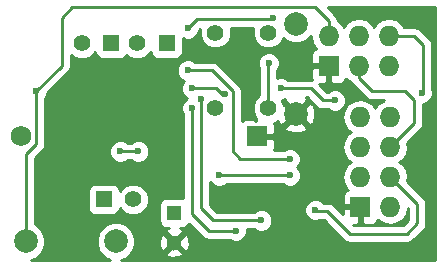
<source format=gbr>
G04 #@! TF.FileFunction,Copper,L2,Bot,Signal*
%FSLAX46Y46*%
G04 Gerber Fmt 4.6, Leading zero omitted, Abs format (unit mm)*
G04 Created by KiCad (PCBNEW 4.0.2-4+6225~38~ubuntu14.04.1-stable) date Sun 10 Apr 2016 19:44:50 CEST*
%MOMM*%
G01*
G04 APERTURE LIST*
%ADD10C,0.100000*%
%ADD11R,1.400000X1.400000*%
%ADD12C,1.400000*%
%ADD13R,1.727200X1.727200*%
%ADD14O,1.727200X1.727200*%
%ADD15R,1.300000X1.300000*%
%ADD16C,1.300000*%
%ADD17C,1.397000*%
%ADD18C,1.998980*%
%ADD19C,1.727200*%
%ADD20C,0.600000*%
%ADD21C,0.250000*%
%ADD22C,0.254000*%
G04 APERTURE END LIST*
D10*
D11*
X141728000Y-99314000D03*
D12*
X139228000Y-99314000D03*
D11*
X137029000Y-99314000D03*
D12*
X134529000Y-99314000D03*
D11*
X136402000Y-112522000D03*
D12*
X138902000Y-112522000D03*
D13*
X158115000Y-113157000D03*
D14*
X160655000Y-113157000D03*
X158115000Y-110617000D03*
X160655000Y-110617000D03*
X158115000Y-108077000D03*
X160655000Y-108077000D03*
X158115000Y-105537000D03*
X160655000Y-105537000D03*
D15*
X142367000Y-113665000D03*
D16*
X142367000Y-116165000D03*
D13*
X155448000Y-101219000D03*
D14*
X155448000Y-98679000D03*
X157988000Y-101219000D03*
X157988000Y-98679000D03*
X160528000Y-101219000D03*
X160528000Y-98679000D03*
D17*
X150322000Y-104810000D03*
X145842000Y-104810000D03*
X150322000Y-98390000D03*
X145842000Y-98390000D03*
D18*
X137414000Y-116078000D03*
X129794000Y-116078000D03*
X152654000Y-105283000D03*
X152654000Y-97663000D03*
D13*
X149374000Y-107188000D03*
D19*
X129374000Y-107188000D03*
D20*
X139319000Y-108458000D03*
X137795000Y-108458000D03*
X136976000Y-105988000D03*
X150368000Y-100965000D03*
X152146000Y-110490000D03*
X146177000Y-110490000D03*
X154305000Y-113411000D03*
X147574000Y-115189000D03*
X143891000Y-104775000D03*
X144653000Y-104013000D03*
X149733000Y-114300000D03*
X146685000Y-103632000D03*
X143891000Y-103124000D03*
X151384000Y-103124000D03*
X155956000Y-104140000D03*
X163322000Y-103505000D03*
X150749000Y-97155000D03*
X143510000Y-98044000D03*
X152146000Y-109093000D03*
X143510000Y-101600000D03*
X130683000Y-103378000D03*
D21*
X137795000Y-108458000D02*
X139319000Y-108458000D01*
X136976000Y-105988000D02*
X137033000Y-106045000D01*
X150322000Y-101011000D02*
X150322000Y-104810000D01*
X150368000Y-100965000D02*
X150322000Y-101011000D01*
X146177000Y-110490000D02*
X152146000Y-110490000D01*
X162941000Y-112903000D02*
X160655000Y-110617000D01*
X162941000Y-114554000D02*
X162941000Y-112903000D01*
X162052000Y-115443000D02*
X162941000Y-114554000D01*
X157226000Y-115443000D02*
X162052000Y-115443000D01*
X155321000Y-113538000D02*
X157226000Y-115443000D01*
X154432000Y-113538000D02*
X155321000Y-113538000D01*
X154305000Y-113411000D02*
X154432000Y-113538000D01*
X145288000Y-115189000D02*
X147574000Y-115189000D01*
X143891000Y-113792000D02*
X145288000Y-115189000D01*
X143891000Y-104775000D02*
X143891000Y-113792000D01*
X144653000Y-113284000D02*
X145669000Y-114300000D01*
X144653000Y-104013000D02*
X144653000Y-113284000D01*
X149733000Y-114300000D02*
X145669000Y-114300000D01*
X157988000Y-101219000D02*
X157988000Y-102235000D01*
X162687000Y-106045000D02*
X160655000Y-108077000D01*
X162687000Y-104140000D02*
X162687000Y-106045000D01*
X161925000Y-103378000D02*
X162687000Y-104140000D01*
X159131000Y-103378000D02*
X161925000Y-103378000D01*
X157988000Y-102235000D02*
X159131000Y-103378000D01*
X146431000Y-103632000D02*
X146685000Y-103632000D01*
X145923000Y-103124000D02*
X146431000Y-103632000D01*
X143891000Y-103124000D02*
X145923000Y-103124000D01*
X154940000Y-104140000D02*
X155956000Y-104140000D01*
X153924000Y-103124000D02*
X151384000Y-103124000D01*
X153924000Y-103124000D02*
X154940000Y-104140000D01*
X160528000Y-98679000D02*
X162687000Y-98679000D01*
X163449000Y-103378000D02*
X163322000Y-103505000D01*
X163449000Y-99441000D02*
X163449000Y-103378000D01*
X162687000Y-98679000D02*
X163449000Y-99441000D01*
X150622000Y-97282000D02*
X144272000Y-97282000D01*
X150749000Y-97155000D02*
X150622000Y-97282000D01*
X147955000Y-109093000D02*
X152146000Y-109093000D01*
X143510000Y-101600000D02*
X145542000Y-101600000D01*
X147320000Y-103378000D02*
X145542000Y-101600000D01*
X147320000Y-108458000D02*
X147320000Y-103378000D01*
X147955000Y-109093000D02*
X147320000Y-108458000D01*
X144272000Y-97282000D02*
X143510000Y-98044000D01*
X129794000Y-116078000D02*
X129794000Y-108712000D01*
X130683000Y-107823000D02*
X130683000Y-103378000D01*
X129794000Y-108712000D02*
X130683000Y-107823000D01*
X132842000Y-101219000D02*
X130683000Y-103378000D01*
X133731000Y-96266000D02*
X132842000Y-97155000D01*
X154305000Y-96266000D02*
X133731000Y-96266000D01*
X155448000Y-97409000D02*
X154305000Y-96266000D01*
X155448000Y-98679000D02*
X155448000Y-97409000D01*
X132842000Y-97155000D02*
X132842000Y-101219000D01*
D22*
G36*
X164423000Y-117654000D02*
X137879938Y-117654000D01*
X138338655Y-117464462D01*
X138739800Y-117064016D01*
X141647590Y-117064016D01*
X141703271Y-117294611D01*
X142186078Y-117462622D01*
X142696428Y-117433083D01*
X143030729Y-117294611D01*
X143086410Y-117064016D01*
X142367000Y-116344605D01*
X141647590Y-117064016D01*
X138739800Y-117064016D01*
X138798846Y-117005073D01*
X139048206Y-116404547D01*
X139048573Y-115984078D01*
X141069378Y-115984078D01*
X141098917Y-116494428D01*
X141237389Y-116828729D01*
X141467984Y-116884410D01*
X142187395Y-116165000D01*
X142546605Y-116165000D01*
X143266016Y-116884410D01*
X143496611Y-116828729D01*
X143664622Y-116345922D01*
X143635083Y-115835572D01*
X143496611Y-115501271D01*
X143266016Y-115445590D01*
X142546605Y-116165000D01*
X142187395Y-116165000D01*
X141467984Y-115445590D01*
X141237389Y-115501271D01*
X141069378Y-115984078D01*
X139048573Y-115984078D01*
X139048774Y-115754306D01*
X138800462Y-115153345D01*
X138341073Y-114693154D01*
X137740547Y-114443794D01*
X137090306Y-114443226D01*
X136489345Y-114691538D01*
X136029154Y-115150927D01*
X135779794Y-115751453D01*
X135779226Y-116401694D01*
X136027538Y-117002655D01*
X136486927Y-117462846D01*
X136947277Y-117654000D01*
X130259938Y-117654000D01*
X130718655Y-117464462D01*
X131178846Y-117005073D01*
X131428206Y-116404547D01*
X131428774Y-115754306D01*
X131180462Y-115153345D01*
X130721073Y-114693154D01*
X130554000Y-114623779D01*
X130554000Y-111822000D01*
X135054560Y-111822000D01*
X135054560Y-113222000D01*
X135098838Y-113457317D01*
X135237910Y-113673441D01*
X135450110Y-113818431D01*
X135702000Y-113869440D01*
X137102000Y-113869440D01*
X137337317Y-113825162D01*
X137553441Y-113686090D01*
X137698431Y-113473890D01*
X137748559Y-113226350D01*
X137769582Y-113277229D01*
X138144796Y-113653098D01*
X138635287Y-113856768D01*
X139166383Y-113857231D01*
X139657229Y-113654418D01*
X140033098Y-113279204D01*
X140142805Y-113015000D01*
X141069560Y-113015000D01*
X141069560Y-114315000D01*
X141113838Y-114550317D01*
X141252910Y-114766441D01*
X141465110Y-114911431D01*
X141717000Y-114962440D01*
X141879385Y-114962440D01*
X141703271Y-115035389D01*
X141647590Y-115265984D01*
X142367000Y-115985395D01*
X143086410Y-115265984D01*
X143030729Y-115035389D01*
X142821098Y-114962440D01*
X143017000Y-114962440D01*
X143252317Y-114918162D01*
X143468441Y-114779090D01*
X143604362Y-114580164D01*
X144750599Y-115726401D01*
X144997160Y-115891148D01*
X145288000Y-115949000D01*
X147011537Y-115949000D01*
X147043673Y-115981192D01*
X147387201Y-116123838D01*
X147759167Y-116124162D01*
X148102943Y-115982117D01*
X148366192Y-115719327D01*
X148508838Y-115375799D01*
X148509113Y-115060000D01*
X149170537Y-115060000D01*
X149202673Y-115092192D01*
X149546201Y-115234838D01*
X149918167Y-115235162D01*
X150261943Y-115093117D01*
X150525192Y-114830327D01*
X150667838Y-114486799D01*
X150668162Y-114114833D01*
X150526117Y-113771057D01*
X150263327Y-113507808D01*
X149919799Y-113365162D01*
X149547833Y-113364838D01*
X149204057Y-113506883D01*
X149170882Y-113540000D01*
X145983802Y-113540000D01*
X145413000Y-112969198D01*
X145413000Y-111048111D01*
X145646673Y-111282192D01*
X145990201Y-111424838D01*
X146362167Y-111425162D01*
X146705943Y-111283117D01*
X146739118Y-111250000D01*
X151583537Y-111250000D01*
X151615673Y-111282192D01*
X151959201Y-111424838D01*
X152331167Y-111425162D01*
X152674943Y-111283117D01*
X152938192Y-111020327D01*
X153080838Y-110676799D01*
X153081162Y-110304833D01*
X152939117Y-109961057D01*
X152769791Y-109791435D01*
X152938192Y-109623327D01*
X153080838Y-109279799D01*
X153081162Y-108907833D01*
X152939117Y-108564057D01*
X152676327Y-108300808D01*
X152332799Y-108158162D01*
X151960833Y-108157838D01*
X151617057Y-108299883D01*
X151583882Y-108333000D01*
X150808360Y-108333000D01*
X150872600Y-108177910D01*
X150872600Y-107473750D01*
X150713850Y-107315000D01*
X149501000Y-107315000D01*
X149501000Y-107335000D01*
X149247000Y-107335000D01*
X149247000Y-107315000D01*
X149227000Y-107315000D01*
X149227000Y-107061000D01*
X149247000Y-107061000D01*
X149247000Y-107041000D01*
X149501000Y-107041000D01*
X149501000Y-107061000D01*
X150713850Y-107061000D01*
X150872600Y-106902250D01*
X150872600Y-106435163D01*
X151681443Y-106435163D01*
X151780042Y-106701965D01*
X152389582Y-106928401D01*
X153039377Y-106904341D01*
X153527958Y-106701965D01*
X153626557Y-106435163D01*
X152654000Y-105462605D01*
X151681443Y-106435163D01*
X150872600Y-106435163D01*
X150872600Y-106198090D01*
X150811504Y-106050590D01*
X151076380Y-105941146D01*
X151125381Y-105892230D01*
X151235035Y-106156958D01*
X151501837Y-106255557D01*
X152474395Y-105283000D01*
X152833605Y-105283000D01*
X153806163Y-106255557D01*
X154072965Y-106156958D01*
X154299401Y-105547418D01*
X154275341Y-104897623D01*
X154072965Y-104409042D01*
X153806163Y-104310443D01*
X152833605Y-105283000D01*
X152474395Y-105283000D01*
X151598290Y-104406896D01*
X151454568Y-104059062D01*
X151569167Y-104059162D01*
X151732939Y-103991493D01*
X151681443Y-104130837D01*
X152654000Y-105103395D01*
X153626557Y-104130837D01*
X153535336Y-103884000D01*
X153609198Y-103884000D01*
X154402599Y-104677401D01*
X154649161Y-104842148D01*
X154940000Y-104900000D01*
X155393537Y-104900000D01*
X155425673Y-104932192D01*
X155769201Y-105074838D01*
X156141167Y-105075162D01*
X156484943Y-104933117D01*
X156748192Y-104670327D01*
X156890838Y-104326799D01*
X156891162Y-103954833D01*
X156749117Y-103611057D01*
X156486327Y-103347808D01*
X156142799Y-103205162D01*
X155770833Y-103204838D01*
X155427057Y-103346883D01*
X155393882Y-103380000D01*
X155254802Y-103380000D01*
X154592402Y-102717600D01*
X155162250Y-102717600D01*
X155321000Y-102558850D01*
X155321000Y-101346000D01*
X154108150Y-101346000D01*
X153949400Y-101504750D01*
X153949400Y-102208909D01*
X154021690Y-102383432D01*
X153924000Y-102364000D01*
X151946463Y-102364000D01*
X151914327Y-102331808D01*
X151570799Y-102189162D01*
X151198833Y-102188838D01*
X151082000Y-102237112D01*
X151082000Y-101573383D01*
X151160192Y-101495327D01*
X151302838Y-101151799D01*
X151303162Y-100779833D01*
X151161117Y-100436057D01*
X150898327Y-100172808D01*
X150554799Y-100030162D01*
X150182833Y-100029838D01*
X149839057Y-100171883D01*
X149575808Y-100434673D01*
X149433162Y-100778201D01*
X149432838Y-101150167D01*
X149562000Y-101462764D01*
X149562000Y-103684464D01*
X149192173Y-104053647D01*
X148988732Y-104543587D01*
X148988269Y-105074086D01*
X149190854Y-105564380D01*
X149315656Y-105689400D01*
X149246998Y-105689400D01*
X149246998Y-105848148D01*
X149088250Y-105689400D01*
X148384091Y-105689400D01*
X148150702Y-105786073D01*
X148080000Y-105856775D01*
X148080000Y-103378000D01*
X148022148Y-103087161D01*
X147857401Y-102840599D01*
X146079401Y-101062599D01*
X145832839Y-100897852D01*
X145542000Y-100840000D01*
X144072463Y-100840000D01*
X144040327Y-100807808D01*
X143696799Y-100665162D01*
X143324833Y-100664838D01*
X142981057Y-100806883D01*
X142717808Y-101069673D01*
X142575162Y-101413201D01*
X142574838Y-101785167D01*
X142716883Y-102128943D01*
X142979673Y-102392192D01*
X143206351Y-102486317D01*
X143098808Y-102593673D01*
X142956162Y-102937201D01*
X142955838Y-103309167D01*
X143097883Y-103652943D01*
X143360673Y-103916192D01*
X143440659Y-103949405D01*
X143362057Y-103981883D01*
X143098808Y-104244673D01*
X142956162Y-104588201D01*
X142955838Y-104960167D01*
X143097883Y-105303943D01*
X143131000Y-105337118D01*
X143131000Y-112390646D01*
X143017000Y-112367560D01*
X141717000Y-112367560D01*
X141481683Y-112411838D01*
X141265559Y-112550910D01*
X141120569Y-112763110D01*
X141069560Y-113015000D01*
X140142805Y-113015000D01*
X140236768Y-112788713D01*
X140237231Y-112257617D01*
X140034418Y-111766771D01*
X139659204Y-111390902D01*
X139168713Y-111187232D01*
X138637617Y-111186769D01*
X138146771Y-111389582D01*
X137770902Y-111764796D01*
X137748726Y-111818203D01*
X137705162Y-111586683D01*
X137566090Y-111370559D01*
X137353890Y-111225569D01*
X137102000Y-111174560D01*
X135702000Y-111174560D01*
X135466683Y-111218838D01*
X135250559Y-111357910D01*
X135105569Y-111570110D01*
X135054560Y-111822000D01*
X130554000Y-111822000D01*
X130554000Y-109026802D01*
X130937635Y-108643167D01*
X136859838Y-108643167D01*
X137001883Y-108986943D01*
X137264673Y-109250192D01*
X137608201Y-109392838D01*
X137980167Y-109393162D01*
X138323943Y-109251117D01*
X138357118Y-109218000D01*
X138756537Y-109218000D01*
X138788673Y-109250192D01*
X139132201Y-109392838D01*
X139504167Y-109393162D01*
X139847943Y-109251117D01*
X140111192Y-108988327D01*
X140253838Y-108644799D01*
X140254162Y-108272833D01*
X140112117Y-107929057D01*
X139849327Y-107665808D01*
X139505799Y-107523162D01*
X139133833Y-107522838D01*
X138790057Y-107664883D01*
X138756882Y-107698000D01*
X138357463Y-107698000D01*
X138325327Y-107665808D01*
X137981799Y-107523162D01*
X137609833Y-107522838D01*
X137266057Y-107664883D01*
X137002808Y-107927673D01*
X136860162Y-108271201D01*
X136859838Y-108643167D01*
X130937635Y-108643167D01*
X131220401Y-108360401D01*
X131385148Y-108113839D01*
X131443000Y-107823000D01*
X131443000Y-103940463D01*
X131475192Y-103908327D01*
X131617838Y-103564799D01*
X131617879Y-103517923D01*
X133379401Y-101756401D01*
X133544148Y-101509839D01*
X133602000Y-101219000D01*
X133602000Y-100275006D01*
X133771796Y-100445098D01*
X134262287Y-100648768D01*
X134793383Y-100649231D01*
X135284229Y-100446418D01*
X135660098Y-100071204D01*
X135682274Y-100017797D01*
X135725838Y-100249317D01*
X135864910Y-100465441D01*
X136077110Y-100610431D01*
X136329000Y-100661440D01*
X137729000Y-100661440D01*
X137964317Y-100617162D01*
X138180441Y-100478090D01*
X138311806Y-100285831D01*
X138470796Y-100445098D01*
X138961287Y-100648768D01*
X139492383Y-100649231D01*
X139983229Y-100446418D01*
X140359098Y-100071204D01*
X140381274Y-100017797D01*
X140424838Y-100249317D01*
X140563910Y-100465441D01*
X140776110Y-100610431D01*
X141028000Y-100661440D01*
X142428000Y-100661440D01*
X142663317Y-100617162D01*
X142879441Y-100478090D01*
X143024431Y-100265890D01*
X143075440Y-100014000D01*
X143075440Y-98875958D01*
X143323201Y-98978838D01*
X143695167Y-98979162D01*
X144038943Y-98837117D01*
X144302192Y-98574327D01*
X144444838Y-98230799D01*
X144444879Y-98183923D01*
X144511229Y-98117573D01*
X144508732Y-98123587D01*
X144508269Y-98654086D01*
X144710854Y-99144380D01*
X145085647Y-99519827D01*
X145575587Y-99723268D01*
X146106086Y-99723731D01*
X146596380Y-99521146D01*
X146971827Y-99146353D01*
X147175268Y-98656413D01*
X147175731Y-98125914D01*
X147141059Y-98042000D01*
X149022610Y-98042000D01*
X148988732Y-98123587D01*
X148988269Y-98654086D01*
X149190854Y-99144380D01*
X149565647Y-99519827D01*
X150055587Y-99723268D01*
X150586086Y-99723731D01*
X151076380Y-99521146D01*
X151451827Y-99146353D01*
X151561530Y-98882160D01*
X151726927Y-99047846D01*
X152327453Y-99297206D01*
X152977694Y-99297774D01*
X153578655Y-99049462D01*
X153949400Y-98679363D01*
X153949400Y-98708359D01*
X154063474Y-99281848D01*
X154378526Y-99753356D01*
X154224701Y-99817073D01*
X154046073Y-99995702D01*
X153949400Y-100229091D01*
X153949400Y-100933250D01*
X154108150Y-101092000D01*
X155321000Y-101092000D01*
X155321000Y-101072000D01*
X155575000Y-101072000D01*
X155575000Y-101092000D01*
X155595000Y-101092000D01*
X155595000Y-101346000D01*
X155575000Y-101346000D01*
X155575000Y-102558850D01*
X155733750Y-102717600D01*
X156437910Y-102717600D01*
X156671299Y-102620927D01*
X156849927Y-102442298D01*
X156914263Y-102286977D01*
X156928330Y-102308029D01*
X157311296Y-102563919D01*
X157450599Y-102772401D01*
X158593599Y-103915401D01*
X158840161Y-104080148D01*
X159131000Y-104138000D01*
X160124918Y-104138000D01*
X160052152Y-104152474D01*
X159565971Y-104477330D01*
X159385000Y-104748172D01*
X159204029Y-104477330D01*
X158717848Y-104152474D01*
X158144359Y-104038400D01*
X158085641Y-104038400D01*
X157512152Y-104152474D01*
X157025971Y-104477330D01*
X156701115Y-104963511D01*
X156587041Y-105537000D01*
X156701115Y-106110489D01*
X157025971Y-106596670D01*
X157340752Y-106807000D01*
X157025971Y-107017330D01*
X156701115Y-107503511D01*
X156587041Y-108077000D01*
X156701115Y-108650489D01*
X157025971Y-109136670D01*
X157340752Y-109347000D01*
X157025971Y-109557330D01*
X156701115Y-110043511D01*
X156587041Y-110617000D01*
X156701115Y-111190489D01*
X157025971Y-111676670D01*
X157047023Y-111690737D01*
X156891702Y-111755073D01*
X156713073Y-111933701D01*
X156616400Y-112167090D01*
X156616400Y-112871250D01*
X156775150Y-113030000D01*
X157988000Y-113030000D01*
X157988000Y-113010000D01*
X158242000Y-113010000D01*
X158242000Y-113030000D01*
X158262000Y-113030000D01*
X158262000Y-113284000D01*
X158242000Y-113284000D01*
X158242000Y-114496850D01*
X158400750Y-114655600D01*
X159104909Y-114655600D01*
X159338298Y-114558927D01*
X159516927Y-114380299D01*
X159580644Y-114226474D01*
X160052152Y-114541526D01*
X160625641Y-114655600D01*
X160684359Y-114655600D01*
X161257848Y-114541526D01*
X161744029Y-114216670D01*
X162068885Y-113730489D01*
X162172546Y-113209348D01*
X162181000Y-113217802D01*
X162181000Y-114239198D01*
X161737198Y-114683000D01*
X157540802Y-114683000D01*
X157513402Y-114655600D01*
X157829250Y-114655600D01*
X157988000Y-114496850D01*
X157988000Y-113284000D01*
X156775150Y-113284000D01*
X156616400Y-113442750D01*
X156616400Y-113758598D01*
X155858401Y-113000599D01*
X155611839Y-112835852D01*
X155321000Y-112778000D01*
X154994241Y-112778000D01*
X154835327Y-112618808D01*
X154491799Y-112476162D01*
X154119833Y-112475838D01*
X153776057Y-112617883D01*
X153512808Y-112880673D01*
X153370162Y-113224201D01*
X153369838Y-113596167D01*
X153511883Y-113939943D01*
X153774673Y-114203192D01*
X154118201Y-114345838D01*
X154490167Y-114346162D01*
X154606728Y-114298000D01*
X155006198Y-114298000D01*
X156688599Y-115980401D01*
X156935161Y-116145148D01*
X157226000Y-116203000D01*
X162052000Y-116203000D01*
X162342839Y-116145148D01*
X162589401Y-115980401D01*
X163478401Y-115091401D01*
X163643148Y-114844839D01*
X163701000Y-114554000D01*
X163701000Y-112903000D01*
X163643148Y-112612161D01*
X163643148Y-112612160D01*
X163478401Y-112365599D01*
X162107775Y-110994973D01*
X162182959Y-110617000D01*
X162068885Y-110043511D01*
X161744029Y-109557330D01*
X161429248Y-109347000D01*
X161744029Y-109136670D01*
X162068885Y-108650489D01*
X162182959Y-108077000D01*
X162107775Y-107699027D01*
X163224401Y-106582401D01*
X163389148Y-106335839D01*
X163447000Y-106045000D01*
X163447000Y-104440110D01*
X163507167Y-104440162D01*
X163850943Y-104298117D01*
X164114192Y-104035327D01*
X164256838Y-103691799D01*
X164257162Y-103319833D01*
X164209000Y-103203272D01*
X164209000Y-99441000D01*
X164151148Y-99150161D01*
X163986401Y-98903599D01*
X163224401Y-98141599D01*
X162977839Y-97976852D01*
X162687000Y-97919000D01*
X161807520Y-97919000D01*
X161587670Y-97589971D01*
X161101489Y-97265115D01*
X160528000Y-97151041D01*
X159954511Y-97265115D01*
X159468330Y-97589971D01*
X159258000Y-97904752D01*
X159047670Y-97589971D01*
X158561489Y-97265115D01*
X157988000Y-97151041D01*
X157414511Y-97265115D01*
X156928330Y-97589971D01*
X156718000Y-97904752D01*
X156507670Y-97589971D01*
X156203581Y-97386785D01*
X156150148Y-97118161D01*
X155985401Y-96871599D01*
X155379802Y-96266000D01*
X164423000Y-96266000D01*
X164423000Y-117654000D01*
X164423000Y-117654000D01*
G37*
X164423000Y-117654000D02*
X137879938Y-117654000D01*
X138338655Y-117464462D01*
X138739800Y-117064016D01*
X141647590Y-117064016D01*
X141703271Y-117294611D01*
X142186078Y-117462622D01*
X142696428Y-117433083D01*
X143030729Y-117294611D01*
X143086410Y-117064016D01*
X142367000Y-116344605D01*
X141647590Y-117064016D01*
X138739800Y-117064016D01*
X138798846Y-117005073D01*
X139048206Y-116404547D01*
X139048573Y-115984078D01*
X141069378Y-115984078D01*
X141098917Y-116494428D01*
X141237389Y-116828729D01*
X141467984Y-116884410D01*
X142187395Y-116165000D01*
X142546605Y-116165000D01*
X143266016Y-116884410D01*
X143496611Y-116828729D01*
X143664622Y-116345922D01*
X143635083Y-115835572D01*
X143496611Y-115501271D01*
X143266016Y-115445590D01*
X142546605Y-116165000D01*
X142187395Y-116165000D01*
X141467984Y-115445590D01*
X141237389Y-115501271D01*
X141069378Y-115984078D01*
X139048573Y-115984078D01*
X139048774Y-115754306D01*
X138800462Y-115153345D01*
X138341073Y-114693154D01*
X137740547Y-114443794D01*
X137090306Y-114443226D01*
X136489345Y-114691538D01*
X136029154Y-115150927D01*
X135779794Y-115751453D01*
X135779226Y-116401694D01*
X136027538Y-117002655D01*
X136486927Y-117462846D01*
X136947277Y-117654000D01*
X130259938Y-117654000D01*
X130718655Y-117464462D01*
X131178846Y-117005073D01*
X131428206Y-116404547D01*
X131428774Y-115754306D01*
X131180462Y-115153345D01*
X130721073Y-114693154D01*
X130554000Y-114623779D01*
X130554000Y-111822000D01*
X135054560Y-111822000D01*
X135054560Y-113222000D01*
X135098838Y-113457317D01*
X135237910Y-113673441D01*
X135450110Y-113818431D01*
X135702000Y-113869440D01*
X137102000Y-113869440D01*
X137337317Y-113825162D01*
X137553441Y-113686090D01*
X137698431Y-113473890D01*
X137748559Y-113226350D01*
X137769582Y-113277229D01*
X138144796Y-113653098D01*
X138635287Y-113856768D01*
X139166383Y-113857231D01*
X139657229Y-113654418D01*
X140033098Y-113279204D01*
X140142805Y-113015000D01*
X141069560Y-113015000D01*
X141069560Y-114315000D01*
X141113838Y-114550317D01*
X141252910Y-114766441D01*
X141465110Y-114911431D01*
X141717000Y-114962440D01*
X141879385Y-114962440D01*
X141703271Y-115035389D01*
X141647590Y-115265984D01*
X142367000Y-115985395D01*
X143086410Y-115265984D01*
X143030729Y-115035389D01*
X142821098Y-114962440D01*
X143017000Y-114962440D01*
X143252317Y-114918162D01*
X143468441Y-114779090D01*
X143604362Y-114580164D01*
X144750599Y-115726401D01*
X144997160Y-115891148D01*
X145288000Y-115949000D01*
X147011537Y-115949000D01*
X147043673Y-115981192D01*
X147387201Y-116123838D01*
X147759167Y-116124162D01*
X148102943Y-115982117D01*
X148366192Y-115719327D01*
X148508838Y-115375799D01*
X148509113Y-115060000D01*
X149170537Y-115060000D01*
X149202673Y-115092192D01*
X149546201Y-115234838D01*
X149918167Y-115235162D01*
X150261943Y-115093117D01*
X150525192Y-114830327D01*
X150667838Y-114486799D01*
X150668162Y-114114833D01*
X150526117Y-113771057D01*
X150263327Y-113507808D01*
X149919799Y-113365162D01*
X149547833Y-113364838D01*
X149204057Y-113506883D01*
X149170882Y-113540000D01*
X145983802Y-113540000D01*
X145413000Y-112969198D01*
X145413000Y-111048111D01*
X145646673Y-111282192D01*
X145990201Y-111424838D01*
X146362167Y-111425162D01*
X146705943Y-111283117D01*
X146739118Y-111250000D01*
X151583537Y-111250000D01*
X151615673Y-111282192D01*
X151959201Y-111424838D01*
X152331167Y-111425162D01*
X152674943Y-111283117D01*
X152938192Y-111020327D01*
X153080838Y-110676799D01*
X153081162Y-110304833D01*
X152939117Y-109961057D01*
X152769791Y-109791435D01*
X152938192Y-109623327D01*
X153080838Y-109279799D01*
X153081162Y-108907833D01*
X152939117Y-108564057D01*
X152676327Y-108300808D01*
X152332799Y-108158162D01*
X151960833Y-108157838D01*
X151617057Y-108299883D01*
X151583882Y-108333000D01*
X150808360Y-108333000D01*
X150872600Y-108177910D01*
X150872600Y-107473750D01*
X150713850Y-107315000D01*
X149501000Y-107315000D01*
X149501000Y-107335000D01*
X149247000Y-107335000D01*
X149247000Y-107315000D01*
X149227000Y-107315000D01*
X149227000Y-107061000D01*
X149247000Y-107061000D01*
X149247000Y-107041000D01*
X149501000Y-107041000D01*
X149501000Y-107061000D01*
X150713850Y-107061000D01*
X150872600Y-106902250D01*
X150872600Y-106435163D01*
X151681443Y-106435163D01*
X151780042Y-106701965D01*
X152389582Y-106928401D01*
X153039377Y-106904341D01*
X153527958Y-106701965D01*
X153626557Y-106435163D01*
X152654000Y-105462605D01*
X151681443Y-106435163D01*
X150872600Y-106435163D01*
X150872600Y-106198090D01*
X150811504Y-106050590D01*
X151076380Y-105941146D01*
X151125381Y-105892230D01*
X151235035Y-106156958D01*
X151501837Y-106255557D01*
X152474395Y-105283000D01*
X152833605Y-105283000D01*
X153806163Y-106255557D01*
X154072965Y-106156958D01*
X154299401Y-105547418D01*
X154275341Y-104897623D01*
X154072965Y-104409042D01*
X153806163Y-104310443D01*
X152833605Y-105283000D01*
X152474395Y-105283000D01*
X151598290Y-104406896D01*
X151454568Y-104059062D01*
X151569167Y-104059162D01*
X151732939Y-103991493D01*
X151681443Y-104130837D01*
X152654000Y-105103395D01*
X153626557Y-104130837D01*
X153535336Y-103884000D01*
X153609198Y-103884000D01*
X154402599Y-104677401D01*
X154649161Y-104842148D01*
X154940000Y-104900000D01*
X155393537Y-104900000D01*
X155425673Y-104932192D01*
X155769201Y-105074838D01*
X156141167Y-105075162D01*
X156484943Y-104933117D01*
X156748192Y-104670327D01*
X156890838Y-104326799D01*
X156891162Y-103954833D01*
X156749117Y-103611057D01*
X156486327Y-103347808D01*
X156142799Y-103205162D01*
X155770833Y-103204838D01*
X155427057Y-103346883D01*
X155393882Y-103380000D01*
X155254802Y-103380000D01*
X154592402Y-102717600D01*
X155162250Y-102717600D01*
X155321000Y-102558850D01*
X155321000Y-101346000D01*
X154108150Y-101346000D01*
X153949400Y-101504750D01*
X153949400Y-102208909D01*
X154021690Y-102383432D01*
X153924000Y-102364000D01*
X151946463Y-102364000D01*
X151914327Y-102331808D01*
X151570799Y-102189162D01*
X151198833Y-102188838D01*
X151082000Y-102237112D01*
X151082000Y-101573383D01*
X151160192Y-101495327D01*
X151302838Y-101151799D01*
X151303162Y-100779833D01*
X151161117Y-100436057D01*
X150898327Y-100172808D01*
X150554799Y-100030162D01*
X150182833Y-100029838D01*
X149839057Y-100171883D01*
X149575808Y-100434673D01*
X149433162Y-100778201D01*
X149432838Y-101150167D01*
X149562000Y-101462764D01*
X149562000Y-103684464D01*
X149192173Y-104053647D01*
X148988732Y-104543587D01*
X148988269Y-105074086D01*
X149190854Y-105564380D01*
X149315656Y-105689400D01*
X149246998Y-105689400D01*
X149246998Y-105848148D01*
X149088250Y-105689400D01*
X148384091Y-105689400D01*
X148150702Y-105786073D01*
X148080000Y-105856775D01*
X148080000Y-103378000D01*
X148022148Y-103087161D01*
X147857401Y-102840599D01*
X146079401Y-101062599D01*
X145832839Y-100897852D01*
X145542000Y-100840000D01*
X144072463Y-100840000D01*
X144040327Y-100807808D01*
X143696799Y-100665162D01*
X143324833Y-100664838D01*
X142981057Y-100806883D01*
X142717808Y-101069673D01*
X142575162Y-101413201D01*
X142574838Y-101785167D01*
X142716883Y-102128943D01*
X142979673Y-102392192D01*
X143206351Y-102486317D01*
X143098808Y-102593673D01*
X142956162Y-102937201D01*
X142955838Y-103309167D01*
X143097883Y-103652943D01*
X143360673Y-103916192D01*
X143440659Y-103949405D01*
X143362057Y-103981883D01*
X143098808Y-104244673D01*
X142956162Y-104588201D01*
X142955838Y-104960167D01*
X143097883Y-105303943D01*
X143131000Y-105337118D01*
X143131000Y-112390646D01*
X143017000Y-112367560D01*
X141717000Y-112367560D01*
X141481683Y-112411838D01*
X141265559Y-112550910D01*
X141120569Y-112763110D01*
X141069560Y-113015000D01*
X140142805Y-113015000D01*
X140236768Y-112788713D01*
X140237231Y-112257617D01*
X140034418Y-111766771D01*
X139659204Y-111390902D01*
X139168713Y-111187232D01*
X138637617Y-111186769D01*
X138146771Y-111389582D01*
X137770902Y-111764796D01*
X137748726Y-111818203D01*
X137705162Y-111586683D01*
X137566090Y-111370559D01*
X137353890Y-111225569D01*
X137102000Y-111174560D01*
X135702000Y-111174560D01*
X135466683Y-111218838D01*
X135250559Y-111357910D01*
X135105569Y-111570110D01*
X135054560Y-111822000D01*
X130554000Y-111822000D01*
X130554000Y-109026802D01*
X130937635Y-108643167D01*
X136859838Y-108643167D01*
X137001883Y-108986943D01*
X137264673Y-109250192D01*
X137608201Y-109392838D01*
X137980167Y-109393162D01*
X138323943Y-109251117D01*
X138357118Y-109218000D01*
X138756537Y-109218000D01*
X138788673Y-109250192D01*
X139132201Y-109392838D01*
X139504167Y-109393162D01*
X139847943Y-109251117D01*
X140111192Y-108988327D01*
X140253838Y-108644799D01*
X140254162Y-108272833D01*
X140112117Y-107929057D01*
X139849327Y-107665808D01*
X139505799Y-107523162D01*
X139133833Y-107522838D01*
X138790057Y-107664883D01*
X138756882Y-107698000D01*
X138357463Y-107698000D01*
X138325327Y-107665808D01*
X137981799Y-107523162D01*
X137609833Y-107522838D01*
X137266057Y-107664883D01*
X137002808Y-107927673D01*
X136860162Y-108271201D01*
X136859838Y-108643167D01*
X130937635Y-108643167D01*
X131220401Y-108360401D01*
X131385148Y-108113839D01*
X131443000Y-107823000D01*
X131443000Y-103940463D01*
X131475192Y-103908327D01*
X131617838Y-103564799D01*
X131617879Y-103517923D01*
X133379401Y-101756401D01*
X133544148Y-101509839D01*
X133602000Y-101219000D01*
X133602000Y-100275006D01*
X133771796Y-100445098D01*
X134262287Y-100648768D01*
X134793383Y-100649231D01*
X135284229Y-100446418D01*
X135660098Y-100071204D01*
X135682274Y-100017797D01*
X135725838Y-100249317D01*
X135864910Y-100465441D01*
X136077110Y-100610431D01*
X136329000Y-100661440D01*
X137729000Y-100661440D01*
X137964317Y-100617162D01*
X138180441Y-100478090D01*
X138311806Y-100285831D01*
X138470796Y-100445098D01*
X138961287Y-100648768D01*
X139492383Y-100649231D01*
X139983229Y-100446418D01*
X140359098Y-100071204D01*
X140381274Y-100017797D01*
X140424838Y-100249317D01*
X140563910Y-100465441D01*
X140776110Y-100610431D01*
X141028000Y-100661440D01*
X142428000Y-100661440D01*
X142663317Y-100617162D01*
X142879441Y-100478090D01*
X143024431Y-100265890D01*
X143075440Y-100014000D01*
X143075440Y-98875958D01*
X143323201Y-98978838D01*
X143695167Y-98979162D01*
X144038943Y-98837117D01*
X144302192Y-98574327D01*
X144444838Y-98230799D01*
X144444879Y-98183923D01*
X144511229Y-98117573D01*
X144508732Y-98123587D01*
X144508269Y-98654086D01*
X144710854Y-99144380D01*
X145085647Y-99519827D01*
X145575587Y-99723268D01*
X146106086Y-99723731D01*
X146596380Y-99521146D01*
X146971827Y-99146353D01*
X147175268Y-98656413D01*
X147175731Y-98125914D01*
X147141059Y-98042000D01*
X149022610Y-98042000D01*
X148988732Y-98123587D01*
X148988269Y-98654086D01*
X149190854Y-99144380D01*
X149565647Y-99519827D01*
X150055587Y-99723268D01*
X150586086Y-99723731D01*
X151076380Y-99521146D01*
X151451827Y-99146353D01*
X151561530Y-98882160D01*
X151726927Y-99047846D01*
X152327453Y-99297206D01*
X152977694Y-99297774D01*
X153578655Y-99049462D01*
X153949400Y-98679363D01*
X153949400Y-98708359D01*
X154063474Y-99281848D01*
X154378526Y-99753356D01*
X154224701Y-99817073D01*
X154046073Y-99995702D01*
X153949400Y-100229091D01*
X153949400Y-100933250D01*
X154108150Y-101092000D01*
X155321000Y-101092000D01*
X155321000Y-101072000D01*
X155575000Y-101072000D01*
X155575000Y-101092000D01*
X155595000Y-101092000D01*
X155595000Y-101346000D01*
X155575000Y-101346000D01*
X155575000Y-102558850D01*
X155733750Y-102717600D01*
X156437910Y-102717600D01*
X156671299Y-102620927D01*
X156849927Y-102442298D01*
X156914263Y-102286977D01*
X156928330Y-102308029D01*
X157311296Y-102563919D01*
X157450599Y-102772401D01*
X158593599Y-103915401D01*
X158840161Y-104080148D01*
X159131000Y-104138000D01*
X160124918Y-104138000D01*
X160052152Y-104152474D01*
X159565971Y-104477330D01*
X159385000Y-104748172D01*
X159204029Y-104477330D01*
X158717848Y-104152474D01*
X158144359Y-104038400D01*
X158085641Y-104038400D01*
X157512152Y-104152474D01*
X157025971Y-104477330D01*
X156701115Y-104963511D01*
X156587041Y-105537000D01*
X156701115Y-106110489D01*
X157025971Y-106596670D01*
X157340752Y-106807000D01*
X157025971Y-107017330D01*
X156701115Y-107503511D01*
X156587041Y-108077000D01*
X156701115Y-108650489D01*
X157025971Y-109136670D01*
X157340752Y-109347000D01*
X157025971Y-109557330D01*
X156701115Y-110043511D01*
X156587041Y-110617000D01*
X156701115Y-111190489D01*
X157025971Y-111676670D01*
X157047023Y-111690737D01*
X156891702Y-111755073D01*
X156713073Y-111933701D01*
X156616400Y-112167090D01*
X156616400Y-112871250D01*
X156775150Y-113030000D01*
X157988000Y-113030000D01*
X157988000Y-113010000D01*
X158242000Y-113010000D01*
X158242000Y-113030000D01*
X158262000Y-113030000D01*
X158262000Y-113284000D01*
X158242000Y-113284000D01*
X158242000Y-114496850D01*
X158400750Y-114655600D01*
X159104909Y-114655600D01*
X159338298Y-114558927D01*
X159516927Y-114380299D01*
X159580644Y-114226474D01*
X160052152Y-114541526D01*
X160625641Y-114655600D01*
X160684359Y-114655600D01*
X161257848Y-114541526D01*
X161744029Y-114216670D01*
X162068885Y-113730489D01*
X162172546Y-113209348D01*
X162181000Y-113217802D01*
X162181000Y-114239198D01*
X161737198Y-114683000D01*
X157540802Y-114683000D01*
X157513402Y-114655600D01*
X157829250Y-114655600D01*
X157988000Y-114496850D01*
X157988000Y-113284000D01*
X156775150Y-113284000D01*
X156616400Y-113442750D01*
X156616400Y-113758598D01*
X155858401Y-113000599D01*
X155611839Y-112835852D01*
X155321000Y-112778000D01*
X154994241Y-112778000D01*
X154835327Y-112618808D01*
X154491799Y-112476162D01*
X154119833Y-112475838D01*
X153776057Y-112617883D01*
X153512808Y-112880673D01*
X153370162Y-113224201D01*
X153369838Y-113596167D01*
X153511883Y-113939943D01*
X153774673Y-114203192D01*
X154118201Y-114345838D01*
X154490167Y-114346162D01*
X154606728Y-114298000D01*
X155006198Y-114298000D01*
X156688599Y-115980401D01*
X156935161Y-116145148D01*
X157226000Y-116203000D01*
X162052000Y-116203000D01*
X162342839Y-116145148D01*
X162589401Y-115980401D01*
X163478401Y-115091401D01*
X163643148Y-114844839D01*
X163701000Y-114554000D01*
X163701000Y-112903000D01*
X163643148Y-112612161D01*
X163643148Y-112612160D01*
X163478401Y-112365599D01*
X162107775Y-110994973D01*
X162182959Y-110617000D01*
X162068885Y-110043511D01*
X161744029Y-109557330D01*
X161429248Y-109347000D01*
X161744029Y-109136670D01*
X162068885Y-108650489D01*
X162182959Y-108077000D01*
X162107775Y-107699027D01*
X163224401Y-106582401D01*
X163389148Y-106335839D01*
X163447000Y-106045000D01*
X163447000Y-104440110D01*
X163507167Y-104440162D01*
X163850943Y-104298117D01*
X164114192Y-104035327D01*
X164256838Y-103691799D01*
X164257162Y-103319833D01*
X164209000Y-103203272D01*
X164209000Y-99441000D01*
X164151148Y-99150161D01*
X163986401Y-98903599D01*
X163224401Y-98141599D01*
X162977839Y-97976852D01*
X162687000Y-97919000D01*
X161807520Y-97919000D01*
X161587670Y-97589971D01*
X161101489Y-97265115D01*
X160528000Y-97151041D01*
X159954511Y-97265115D01*
X159468330Y-97589971D01*
X159258000Y-97904752D01*
X159047670Y-97589971D01*
X158561489Y-97265115D01*
X157988000Y-97151041D01*
X157414511Y-97265115D01*
X156928330Y-97589971D01*
X156718000Y-97904752D01*
X156507670Y-97589971D01*
X156203581Y-97386785D01*
X156150148Y-97118161D01*
X155985401Y-96871599D01*
X155379802Y-96266000D01*
X164423000Y-96266000D01*
X164423000Y-117654000D01*
M02*

</source>
